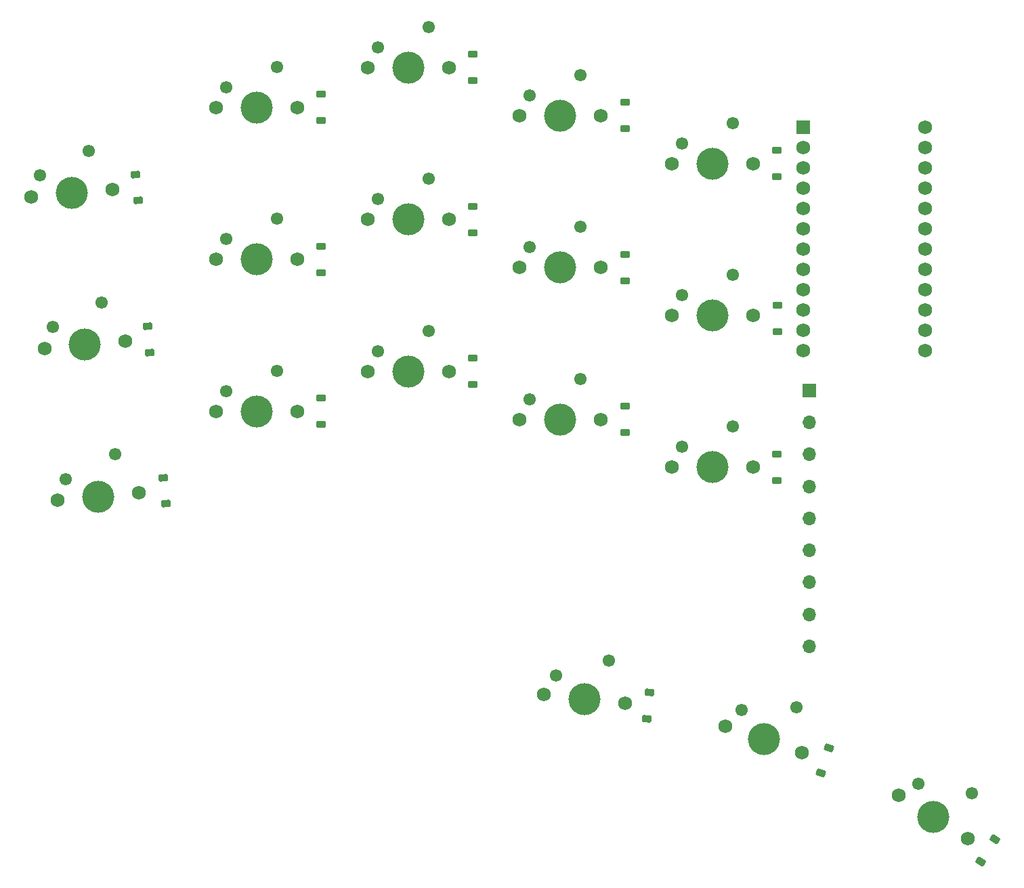
<source format=gbr>
%TF.GenerationSoftware,KiCad,Pcbnew,7.0.7*%
%TF.CreationDate,2023-09-27T07:47:07-06:00*%
%TF.ProjectId,keyboard - left,6b657962-6f61-4726-9420-2d206c656674,rev?*%
%TF.SameCoordinates,Original*%
%TF.FileFunction,Soldermask,Top*%
%TF.FilePolarity,Negative*%
%FSLAX46Y46*%
G04 Gerber Fmt 4.6, Leading zero omitted, Abs format (unit mm)*
G04 Created by KiCad (PCBNEW 7.0.7) date 2023-09-27 07:47:07*
%MOMM*%
%LPD*%
G01*
G04 APERTURE LIST*
G04 Aperture macros list*
%AMRoundRect*
0 Rectangle with rounded corners*
0 $1 Rounding radius*
0 $2 $3 $4 $5 $6 $7 $8 $9 X,Y pos of 4 corners*
0 Add a 4 corners polygon primitive as box body*
4,1,4,$2,$3,$4,$5,$6,$7,$8,$9,$2,$3,0*
0 Add four circle primitives for the rounded corners*
1,1,$1+$1,$2,$3*
1,1,$1+$1,$4,$5*
1,1,$1+$1,$6,$7*
1,1,$1+$1,$8,$9*
0 Add four rect primitives between the rounded corners*
20,1,$1+$1,$2,$3,$4,$5,0*
20,1,$1+$1,$4,$5,$6,$7,0*
20,1,$1+$1,$6,$7,$8,$9,0*
20,1,$1+$1,$8,$9,$2,$3,0*%
G04 Aperture macros list end*
%ADD10RoundRect,0.225000X0.375000X-0.225000X0.375000X0.225000X-0.375000X0.225000X-0.375000X-0.225000X0*%
%ADD11C,1.750000*%
%ADD12C,1.550000*%
%ADD13C,4.000000*%
%ADD14RoundRect,0.225000X0.393183X-0.191460X0.353963X0.256827X-0.393183X0.191460X-0.353963X-0.256827X0*%
%ADD15RoundRect,0.225000X0.349427X-0.262966X0.396465X0.184569X-0.349427X0.262966X-0.396465X-0.184569X0*%
%ADD16RoundRect,0.225000X0.281317X-0.334830X0.427822X0.090654X-0.281317X0.334830X-0.427822X-0.090654X0*%
%ADD17R,1.700000X1.700000*%
%ADD18O,1.700000X1.700000*%
%ADD19R,1.752600X1.752600*%
%ADD20C,1.752600*%
%ADD21RoundRect,0.225000X0.198786X-0.389531X0.437250X-0.007909X-0.198786X0.389531X-0.437250X0.007909X0*%
G04 APERTURE END LIST*
D10*
%TO.C,D14*%
X88900000Y-97253631D03*
X88900000Y-93953631D03*
%TD*%
%TO.C,D4*%
X88900000Y-59253631D03*
X88900000Y-55953631D03*
%TD*%
D11*
%TO.C,S8*%
X56767381Y-70603631D03*
D12*
X58037381Y-68063631D03*
D13*
X61847381Y-70603631D03*
D12*
X64387381Y-65523631D03*
D11*
X66927381Y-70603631D03*
%TD*%
%TO.C,S11*%
X75767381Y-76603631D03*
D12*
X77037381Y-74063631D03*
D13*
X80847381Y-76603631D03*
D12*
X83387381Y-71523631D03*
D11*
X85927381Y-76603631D03*
%TD*%
D14*
%TO.C,D6*%
X29526764Y-87221459D03*
X29239150Y-83934017D03*
%TD*%
D15*
%TO.C,D16*%
X91681177Y-133075024D03*
X92026121Y-129793102D03*
%TD*%
D11*
%TO.C,S2*%
X16350501Y-86717930D03*
D12*
X17394293Y-84076908D03*
D13*
X21411170Y-86275179D03*
D12*
X23498753Y-80993134D03*
D11*
X26471839Y-85832428D03*
%TD*%
D10*
%TO.C,D7*%
X50900000Y-77253631D03*
X50900000Y-73953631D03*
%TD*%
D11*
%TO.C,S5*%
X37767381Y-75603631D03*
D12*
X39037381Y-73063631D03*
D13*
X42847381Y-75603631D03*
D12*
X45387381Y-70523631D03*
D11*
X47927381Y-75603631D03*
%TD*%
D10*
%TO.C,D13*%
X69900000Y-91253631D03*
X69900000Y-87953631D03*
%TD*%
D14*
%TO.C,D1*%
X28043807Y-68243721D03*
X27756193Y-64956279D03*
%TD*%
D11*
%TO.C,S6*%
X37767381Y-94603631D03*
D12*
X39037381Y-92063631D03*
D13*
X42847381Y-94603631D03*
D12*
X45387381Y-89523631D03*
D11*
X47927381Y-94603631D03*
%TD*%
D16*
%TO.C,D17*%
X113373789Y-139835406D03*
X114448163Y-136715194D03*
%TD*%
D10*
%TO.C,D5*%
X107900000Y-65250000D03*
X107900000Y-61950000D03*
%TD*%
D11*
%TO.C,S1*%
X14713224Y-67748165D03*
D12*
X15757016Y-65107143D03*
D13*
X19773893Y-67305414D03*
D12*
X21861476Y-62023369D03*
D11*
X24834562Y-66862663D03*
%TD*%
%TO.C,S7*%
X56767381Y-51603631D03*
D12*
X58037381Y-49063631D03*
D13*
X61847381Y-51603631D03*
D12*
X64387381Y-46523631D03*
D11*
X66927381Y-51603631D03*
%TD*%
%TO.C,S16*%
X78790157Y-130061034D03*
D12*
X80318702Y-127667700D03*
D13*
X83842328Y-130592039D03*
D12*
X86899418Y-125805370D03*
D11*
X88894499Y-131123044D03*
%TD*%
%TO.C,S10*%
X75767381Y-57603631D03*
D12*
X77037381Y-55063631D03*
D13*
X80847381Y-57603631D03*
D12*
X83387381Y-52523631D03*
D11*
X85927381Y-57603631D03*
%TD*%
%TO.C,S18*%
X123167892Y-142643050D03*
D12*
X125590908Y-141162005D03*
D13*
X127475976Y-145335040D03*
D12*
X132322008Y-142372951D03*
D11*
X131784060Y-148027030D03*
%TD*%
%TO.C,S4*%
X37767381Y-56603631D03*
D12*
X39037381Y-54063631D03*
D13*
X42847381Y-56603631D03*
D12*
X45387381Y-51523631D03*
D11*
X47927381Y-56603631D03*
%TD*%
D10*
%TO.C,D15*%
X107900000Y-103253631D03*
X107900000Y-99953631D03*
%TD*%
%TO.C,D10*%
X108000000Y-84650000D03*
X108000000Y-81350000D03*
%TD*%
D11*
%TO.C,S17*%
X101457718Y-133987299D03*
D12*
X103485469Y-131999153D03*
D13*
X106260952Y-135641185D03*
D12*
X110316455Y-131664894D03*
D11*
X111064186Y-137295071D03*
%TD*%
D17*
%TO.C,J1*%
X112000000Y-92000000D03*
D18*
X112000000Y-96000000D03*
X112000000Y-100000000D03*
X112000000Y-104000000D03*
X112000000Y-108000000D03*
X112000000Y-112000000D03*
X112000000Y-116000000D03*
X112000000Y-120000000D03*
X112000000Y-124000000D03*
%TD*%
D10*
%TO.C,D12*%
X50900000Y-96250000D03*
X50900000Y-92950000D03*
%TD*%
%TO.C,D8*%
X69900000Y-72253631D03*
X69900000Y-68953631D03*
%TD*%
D11*
%TO.C,S3*%
X17999132Y-105706470D03*
D12*
X19042924Y-103065448D03*
D13*
X23059801Y-105263719D03*
D12*
X25147384Y-99981674D03*
D11*
X28120470Y-104820968D03*
%TD*%
%TO.C,S14*%
X94767381Y-82603631D03*
D12*
X96037381Y-80063631D03*
D13*
X99847381Y-82603631D03*
D12*
X102387381Y-77523631D03*
D11*
X104927381Y-82603631D03*
%TD*%
D10*
%TO.C,D2*%
X50900000Y-58250000D03*
X50900000Y-54950000D03*
%TD*%
%TO.C,D9*%
X88900000Y-78253631D03*
X88900000Y-74953631D03*
%TD*%
D19*
%TO.C,U2*%
X111180000Y-59030000D03*
D20*
X111180000Y-61570000D03*
X111180000Y-64110000D03*
X111180000Y-66650000D03*
X111180000Y-69190000D03*
X111180000Y-71730000D03*
X111180000Y-74270000D03*
X111180000Y-76810000D03*
X111180000Y-79350000D03*
X111180000Y-81890000D03*
X111180000Y-84430000D03*
X111180000Y-86970000D03*
X126420000Y-86970000D03*
X126420000Y-84430000D03*
X126420000Y-81890000D03*
X126420000Y-79350000D03*
X126420000Y-76810000D03*
X126420000Y-74270000D03*
X126420000Y-71730000D03*
X126420000Y-69190000D03*
X126420000Y-66650000D03*
X126420000Y-64110000D03*
X126420000Y-61570000D03*
X126420000Y-59030000D03*
%TD*%
D11*
%TO.C,S13*%
X94767381Y-63603631D03*
D12*
X96037381Y-61063631D03*
D13*
X99847381Y-63603631D03*
D12*
X102387381Y-58523631D03*
D11*
X104927381Y-63603631D03*
%TD*%
D21*
%TO.C,D18*%
X133385994Y-150973673D03*
X135134728Y-148175115D03*
%TD*%
D14*
%TO.C,D11*%
X31523100Y-106179579D03*
X31235486Y-102892137D03*
%TD*%
D10*
%TO.C,D3*%
X69900000Y-53253631D03*
X69900000Y-49953631D03*
%TD*%
D11*
%TO.C,S12*%
X75767381Y-95603631D03*
D12*
X77037381Y-93063631D03*
D13*
X80847381Y-95603631D03*
D12*
X83387381Y-90523631D03*
D11*
X85927381Y-95603631D03*
%TD*%
%TO.C,S9*%
X56767381Y-89603631D03*
D12*
X58037381Y-87063631D03*
D13*
X61847381Y-89603631D03*
D12*
X64387381Y-84523631D03*
D11*
X66927381Y-89603631D03*
%TD*%
%TO.C,S15*%
X94767381Y-101603631D03*
D12*
X96037381Y-99063631D03*
D13*
X99847381Y-101603631D03*
D12*
X102387381Y-96523631D03*
D11*
X104927381Y-101603631D03*
%TD*%
M02*

</source>
